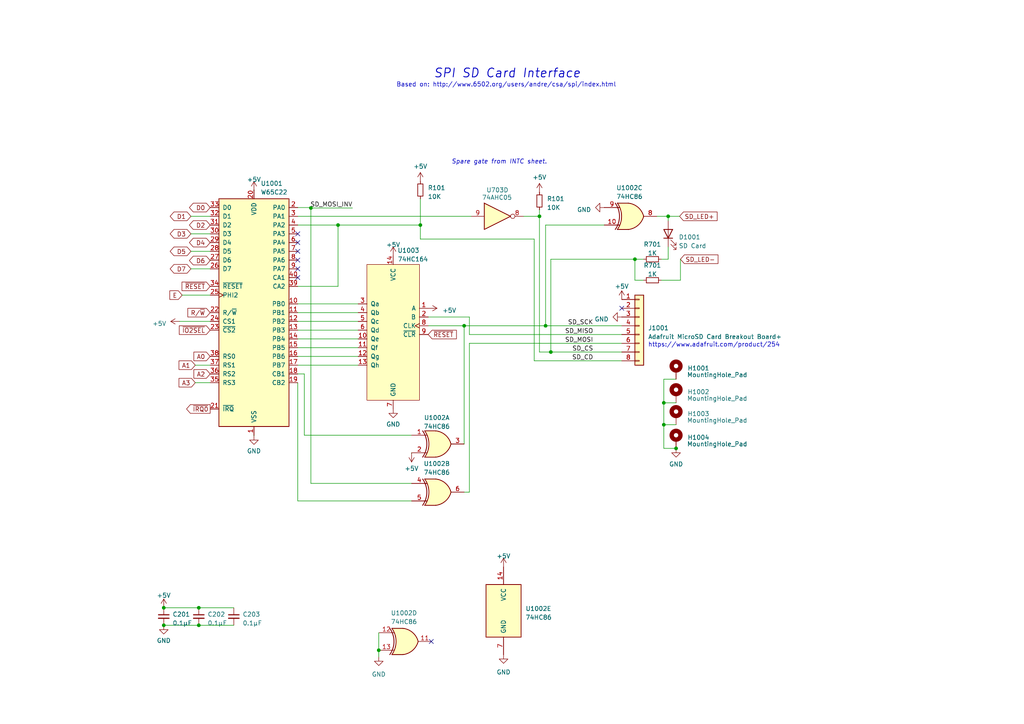
<source format=kicad_sch>
(kicad_sch (version 20230121) (generator eeschema)
  (paper "A4")
  (title_block (title "6809 Playground system board") (date "2023-07-13") (company "Copyright (c) 2022-2023 Jason R. Thorpe. See LICENSE."))
  (lib_symbols
    (symbol "74xx:74HC86" (pin_names (offset 1.016))
      (property "Reference" "U" (at 0 1.27 0))
      (property "Value" "74HC86" (at 0 -1.27 0))
      (symbol "74HC86_1_0"
        (arc (start -4.4196 -3.81) (mid -3.2033 0) (end -4.4196 3.81) (stroke (width 0.254)))
        (arc (start -3.81 -3.81) (mid -2.589 0) (end -3.81 3.81) (stroke (width 0.254)))
        (arc (start -0.6096 -3.81) (mid 2.1842 -2.5851) (end 3.81 0) (stroke (width 0.254)) (fill (type background)))
        (polyline (pts (xy -3.81 -3.81) (xy -0.635 -3.81)) (stroke (width 0.254)) (fill (type background)))
        (polyline (pts (xy -3.81 3.81) (xy -0.635 3.81)) (stroke (width 0.254)) (fill (type background)))
        (polyline (pts (xy -0.635 3.81) (xy -3.81 3.81) (xy -3.81 3.81) (xy -3.556 3.4036) (xy -3.0226 2.2606) (xy -2.6924 1.0414) (xy -2.6162 -0.254) (xy -2.7686 -1.4986) (xy -3.175 -2.7178) (xy -3.81 -3.81) (xy -3.81 -3.81) (xy -0.635 -3.81)) (stroke (width -25.4)) (fill (type background)))
        (arc (start 3.81 0) (mid 2.1915 2.5936) (end -0.6096 3.81) (stroke (width 0.254)) (fill (type background)))
        (pin input line (at -7.62 2.54 0) (length 4.445) (name "~") (number "1"))
        (pin input line (at -7.62 -2.54 0) (length 4.445) (name "~") (number "2"))
        (pin output line (at 7.62 0 180) (length 3.81) (name "~") (number "3"))
      )
      (symbol "74HC86_1_1"
        (polyline (pts (xy -3.81 -2.54) (xy -3.175 -2.54)) (stroke (width 0.1524)))
        (polyline (pts (xy -3.81 2.54) (xy -3.175 2.54)) (stroke (width 0.1524)))
      )
      (symbol "74HC86_2_0"
        (arc (start -4.4196 -3.81) (mid -3.2033 0) (end -4.4196 3.81) (stroke (width 0.254)))
        (arc (start -3.81 -3.81) (mid -2.589 0) (end -3.81 3.81) (stroke (width 0.254)))
        (arc (start -0.6096 -3.81) (mid 2.1842 -2.5851) (end 3.81 0) (stroke (width 0.254)) (fill (type background)))
        (polyline (pts (xy -3.81 -3.81) (xy -0.635 -3.81)) (stroke (width 0.254)) (fill (type background)))
        (polyline (pts (xy -3.81 3.81) (xy -0.635 3.81)) (stroke (width 0.254)) (fill (type background)))
        (polyline (pts (xy -0.635 3.81) (xy -3.81 3.81) (xy -3.81 3.81) (xy -3.556 3.4036) (xy -3.0226 2.2606) (xy -2.6924 1.0414) (xy -2.6162 -0.254) (xy -2.7686 -1.4986) (xy -3.175 -2.7178) (xy -3.81 -3.81) (xy -3.81 -3.81) (xy -0.635 -3.81)) (stroke (width -25.4)) (fill (type background)))
        (arc (start 3.81 0) (mid 2.1915 2.5936) (end -0.6096 3.81) (stroke (width 0.254)) (fill (type background)))
        (pin input line (at -7.62 2.54 0) (length 4.445) (name "~") (number "4"))
        (pin input line (at -7.62 -2.54 0) (length 4.445) (name "~") (number "5"))
        (pin output line (at 7.62 0 180) (length 3.81) (name "~") (number "6"))
      )
      (symbol "74HC86_2_1"
        (polyline (pts (xy -3.81 -2.54) (xy -3.175 -2.54)) (stroke (width 0.1524)))
        (polyline (pts (xy -3.81 2.54) (xy -3.175 2.54)) (stroke (width 0.1524)))
      )
      (symbol "74HC86_3_0"
        (arc (start -4.4196 -3.81) (mid -3.2033 0) (end -4.4196 3.81) (stroke (width 0.254)))
        (arc (start -3.81 -3.81) (mid -2.589 0) (end -3.81 3.81) (stroke (width 0.254)))
        (arc (start -0.6096 -3.81) (mid 2.1842 -2.5851) (end 3.81 0) (stroke (width 0.254)) (fill (type background)))
        (polyline (pts (xy -3.81 -3.81) (xy -0.635 -3.81)) (stroke (width 0.254)) (fill (type background)))
        (polyline (pts (xy -3.81 3.81) (xy -0.635 3.81)) (stroke (width 0.254)) (fill (type background)))
        (polyline (pts (xy -0.635 3.81) (xy -3.81 3.81) (xy -3.81 3.81) (xy -3.556 3.4036) (xy -3.0226 2.2606) (xy -2.6924 1.0414) (xy -2.6162 -0.254) (xy -2.7686 -1.4986) (xy -3.175 -2.7178) (xy -3.81 -3.81) (xy -3.81 -3.81) (xy -0.635 -3.81)) (stroke (width -25.4)) (fill (type background)))
        (arc (start 3.81 0) (mid 2.1915 2.5936) (end -0.6096 3.81) (stroke (width 0.254)) (fill (type background)))
        (pin input line (at -7.62 -2.54 0) (length 4.445) (name "~") (number "10"))
        (pin output line (at 7.62 0 180) (length 3.81) (name "~") (number "8"))
        (pin input line (at -7.62 2.54 0) (length 4.445) (name "~") (number "9"))
      )
      (symbol "74HC86_3_1"
        (polyline (pts (xy -3.81 -2.54) (xy -3.175 -2.54)) (stroke (width 0.1524)))
        (polyline (pts (xy -3.81 2.54) (xy -3.175 2.54)) (stroke (width 0.1524)))
      )
      (symbol "74HC86_4_0"
        (arc (start -4.4196 -3.81) (mid -3.2033 0) (end -4.4196 3.81) (stroke (width 0.254)))
        (arc (start -3.81 -3.81) (mid -2.589 0) (end -3.81 3.81) (stroke (width 0.254)))
        (arc (start -0.6096 -3.81) (mid 2.1842 -2.5851) (end 3.81 0) (stroke (width 0.254)) (fill (type background)))
        (polyline (pts (xy -3.81 -3.81) (xy -0.635 -3.81)) (stroke (width 0.254)) (fill (type background)))
        (polyline (pts (xy -3.81 3.81) (xy -0.635 3.81)) (stroke (width 0.254)) (fill (type background)))
        (polyline (pts (xy -0.635 3.81) (xy -3.81 3.81) (xy -3.81 3.81) (xy -3.556 3.4036) (xy -3.0226 2.2606) (xy -2.6924 1.0414) (xy -2.6162 -0.254) (xy -2.7686 -1.4986) (xy -3.175 -2.7178) (xy -3.81 -3.81) (xy -3.81 -3.81) (xy -0.635 -3.81)) (stroke (width -25.4)) (fill (type background)))
        (arc (start 3.81 0) (mid 2.1915 2.5936) (end -0.6096 3.81) (stroke (width 0.254)) (fill (type background)))
        (pin output line (at 7.62 0 180) (length 3.81) (name "~") (number "11"))
        (pin input line (at -7.62 2.54 0) (length 4.445) (name "~") (number "12"))
        (pin input line (at -7.62 -2.54 0) (length 4.445) (name "~") (number "13"))
      )
      (symbol "74HC86_4_1"
        (polyline (pts (xy -3.81 -2.54) (xy -3.175 -2.54)) (stroke (width 0.1524)))
        (polyline (pts (xy -3.81 2.54) (xy -3.175 2.54)) (stroke (width 0.1524)))
      )
      (symbol "74HC86_5_0"
        (pin power_in line (at 0 12.7 270) (length 5.08) (name "VCC") (number "14"))
        (pin power_in line (at 0 -12.7 90) (length 5.08) (name "GND") (number "7"))
      )
      (symbol "74HC86_5_1"
        (rectangle (start -5.08 7.62) (end 5.08 -7.62) (stroke (width 0.254)) (fill (type background)))
      )
    )
    (symbol "74xx:74LS05" (pin_names (offset 1.016))
      (property "Reference" "U" (at 0 1.27 0))
      (property "Value" "74LS05" (at 0 -1.27 0))
      (symbol "74LS05_1_0"
        (polyline (pts (xy -3.81 3.81) (xy -3.81 -3.81) (xy 3.81 0) (xy -3.81 3.81)) (stroke (width 0.254)) (fill (type background)))
        (pin input line (at -7.62 0 0) (length 3.81) (name "~") (number "1"))
        (pin open_collector inverted (at 7.62 0 180) (length 3.81) (name "~") (number "2"))
      )
      (symbol "74LS05_2_0"
        (polyline (pts (xy -3.81 3.81) (xy -3.81 -3.81) (xy 3.81 0) (xy -3.81 3.81)) (stroke (width 0.254)) (fill (type background)))
        (pin input line (at -7.62 0 0) (length 3.81) (name "~") (number "3"))
        (pin open_collector inverted (at 7.62 0 180) (length 3.81) (name "~") (number "4"))
      )
      (symbol "74LS05_3_0"
        (polyline (pts (xy -3.81 3.81) (xy -3.81 -3.81) (xy 3.81 0) (xy -3.81 3.81)) (stroke (width 0.254)) (fill (type background)))
        (pin input line (at -7.62 0 0) (length 3.81) (name "~") (number "5"))
        (pin open_collector inverted (at 7.62 0 180) (length 3.81) (name "~") (number "6"))
      )
      (symbol "74LS05_4_0"
        (polyline (pts (xy -3.81 3.81) (xy -3.81 -3.81) (xy 3.81 0) (xy -3.81 3.81)) (stroke (width 0.254)) (fill (type background)))
        (pin open_collector inverted (at 7.62 0 180) (length 3.81) (name "~") (number "8"))
        (pin input line (at -7.62 0 0) (length 3.81) (name "~") (number "9"))
      )
      (symbol "74LS05_5_0"
        (polyline (pts (xy -3.81 3.81) (xy -3.81 -3.81) (xy 3.81 0) (xy -3.81 3.81)) (stroke (width 0.254)) (fill (type background)))
        (pin open_collector inverted (at 7.62 0 180) (length 3.81) (name "~") (number "10"))
        (pin input line (at -7.62 0 0) (length 3.81) (name "~") (number "11"))
      )
      (symbol "74LS05_6_0"
        (polyline (pts (xy -3.81 3.81) (xy -3.81 -3.81) (xy 3.81 0) (xy -3.81 3.81)) (stroke (width 0.254)) (fill (type background)))
        (pin open_collector inverted (at 7.62 0 180) (length 3.81) (name "~") (number "12"))
        (pin input line (at -7.62 0 0) (length 3.81) (name "~") (number "13"))
      )
      (symbol "74LS05_7_0"
        (pin power_in line (at 0 12.7 270) (length 5.08) (name "VCC") (number "14"))
        (pin power_in line (at 0 -12.7 90) (length 5.08) (name "GND") (number "7"))
      )
      (symbol "74LS05_7_1"
        (rectangle (start -5.08 7.62) (end 5.08 -7.62) (stroke (width 0.254)) (fill (type background)))
      )
    )
    (symbol "Connector_Generic:Conn_01x08" (pin_names (offset 1.016) hide)
      (property "Reference" "J" (at 0 10.16 0))
      (property "Value" "Conn_01x08" (at 0 -12.7 0))
      (symbol "Conn_01x08_1_1"
        (rectangle (start -1.27 -10.033) (end 0 -10.287) (stroke (width 0.1524)))
        (rectangle (start -1.27 -7.493) (end 0 -7.747) (stroke (width 0.1524)))
        (rectangle (start -1.27 -4.953) (end 0 -5.207) (stroke (width 0.1524)))
        (rectangle (start -1.27 -2.413) (end 0 -2.667) (stroke (width 0.1524)))
        (rectangle (start -1.27 0.127) (end 0 -0.127) (stroke (width 0.1524)))
        (rectangle (start -1.27 2.667) (end 0 2.413) (stroke (width 0.1524)))
        (rectangle (start -1.27 5.207) (end 0 4.953) (stroke (width 0.1524)))
        (rectangle (start -1.27 7.747) (end 0 7.493) (stroke (width 0.1524)))
        (rectangle (start -1.27 8.89) (end 1.27 -11.43) (stroke (width 0.254)) (fill (type background)))
        (pin passive line (at -5.08 7.62 0) (length 3.81) (name "Pin_1") (number "1"))
        (pin passive line (at -5.08 5.08 0) (length 3.81) (name "Pin_2") (number "2"))
        (pin passive line (at -5.08 2.54 0) (length 3.81) (name "Pin_3") (number "3"))
        (pin passive line (at -5.08 0 0) (length 3.81) (name "Pin_4") (number "4"))
        (pin passive line (at -5.08 -2.54 0) (length 3.81) (name "Pin_5") (number "5"))
        (pin passive line (at -5.08 -5.08 0) (length 3.81) (name "Pin_6") (number "6"))
        (pin passive line (at -5.08 -7.62 0) (length 3.81) (name "Pin_7") (number "7"))
        (pin passive line (at -5.08 -10.16 0) (length 3.81) (name "Pin_8") (number "8"))
      )
    )
    (symbol "Device:C_Small" (pin_numbers hide) (pin_names (offset 0.254) hide)
      (property "Reference" "C" (at 0.254 1.778 0))
      (property "Value" "C_Small" (at 0.254 -2.032 0))
      (symbol "C_Small_0_1"
        (polyline (pts (xy -1.524 -0.508) (xy 1.524 -0.508)) (stroke (width 0.3302)))
        (polyline (pts (xy -1.524 0.508) (xy 1.524 0.508)) (stroke (width 0.3048)))
      )
      (symbol "C_Small_1_1"
        (pin passive line (at 0 2.54 270) (length 2.032) (name "~") (number "1"))
        (pin passive line (at 0 -2.54 90) (length 2.032) (name "~") (number "2"))
      )
    )
    (symbol "Device:LED" (pin_numbers hide) (pin_names (offset 1.016) hide)
      (property "Reference" "D" (at 0 2.54 0))
      (property "Value" "LED" (at 0 -2.54 0))
      (symbol "LED_0_1"
        (polyline (pts (xy -1.27 -1.27) (xy -1.27 1.27)) (stroke (width 0.254)))
        (polyline (pts (xy -1.27 0) (xy 1.27 0)))
        (polyline (pts (xy 1.27 -1.27) (xy 1.27 1.27) (xy -1.27 0) (xy 1.27 -1.27)) (stroke (width 0.254)))
        (polyline (pts (xy -3.048 -0.762) (xy -4.572 -2.286) (xy -3.81 -2.286) (xy -4.572 -2.286) (xy -4.572 -1.524)))
        (polyline (pts (xy -1.778 -0.762) (xy -3.302 -2.286) (xy -2.54 -2.286) (xy -3.302 -2.286) (xy -3.302 -1.524)))
      )
      (symbol "LED_1_1"
        (pin passive line (at -3.81 0 0) (length 2.54) (name "K") (number "1"))
        (pin passive line (at 3.81 0 180) (length 2.54) (name "A") (number "2"))
      )
    )
    (symbol "Device:R_Small" (pin_numbers hide) (pin_names (offset 0.254) hide)
      (property "Reference" "R" (at 0.762 0.508 0))
      (property "Value" "R_Small" (at 0.762 -1.016 0))
      (symbol "R_Small_0_1"
        (rectangle (start -0.762 1.778) (end 0.762 -1.778) (stroke (width 0.2032)))
      )
      (symbol "R_Small_1_1"
        (pin passive line (at 0 2.54 270) (length 0.762) (name "~") (number "1"))
        (pin passive line (at 0 -2.54 90) (length 0.762) (name "~") (number "2"))
      )
    )
    (symbol "Mechanical:MountingHole_Pad" (pin_numbers hide) (pin_names (offset 1.016) hide)
      (property "Reference" "H" (at 0 6.35 0))
      (property "Value" "MountingHole_Pad" (at 0 4.445 0))
      (symbol "MountingHole_Pad_0_1"
        (circle (center 0 1.27) (radius 1.27) (stroke (width 1.27)))
      )
      (symbol "MountingHole_Pad_1_1"
        (pin input line (at 0 -2.54 90) (length 2.54) (name "1") (number "1"))
      )
    )
    (symbol "jrt-ICs:74LS164" (pin_names (offset 1.016))
      (property "Reference" "U" (at 6.35 25.4 0))
      (property "Value" "74LS164" (at 6.35 22.86 0))
      (symbol "74LS164_1_1"
        (rectangle (start -7.62 20.32) (end 7.62 -19.05) (fill (type background)))
        (pin input line (at -10.16 7.62 0) (length 2.54) (name "A") (number "1"))
        (pin output line (at 10.16 -1.27 180) (length 2.54) (name "Qe") (number "10"))
        (pin output line (at 10.16 -3.81 180) (length 2.54) (name "Qf") (number "11"))
        (pin output line (at 10.16 -6.35 180) (length 2.54) (name "Qg") (number "12"))
        (pin output line (at 10.16 -8.89 180) (length 2.54) (name "Qh") (number "13"))
        (pin power_in line (at 0 22.86 270) (length 2.54) (name "VCC") (number "14"))
        (pin input line (at -10.16 5.08 0) (length 2.54) (name "B") (number "2"))
        (pin output line (at 10.16 8.89 180) (length 2.54) (name "Qa") (number "3"))
        (pin output line (at 10.16 6.35 180) (length 2.54) (name "Qb") (number "4"))
        (pin output line (at 10.16 3.81 180) (length 2.54) (name "Qc") (number "5"))
        (pin output line (at 10.16 1.27 180) (length 2.54) (name "Qd") (number "6"))
        (pin power_in line (at 0 -21.59 90) (length 2.54) (name "GND") (number "7"))
        (pin input clock (at -10.16 2.54 0) (length 2.54) (name "CLK") (number "8"))
        (pin input line (at -10.16 0 0) (length 2.54) (name "~{CLR}") (number "9"))
      )
    )
    (symbol "jrt-ICs:W65C22" (pin_names (offset 1.016))
      (property "Reference" "U" (at 6.35 36.83 0))
      (property "Value" "W65C22" (at 6.35 34.29 0))
      (symbol "W65C22_1_1"
        (rectangle (start -10.16 -34.29) (end 10.16 31.75) (stroke (width 0.254)) (fill (type background)))
        (pin power_in line (at 0 -36.83 90) (length 2.54) (name "VSS") (number "1"))
        (pin bidirectional line (at 12.7 1.27 180) (length 2.54) (name "PB0") (number "10"))
        (pin bidirectional line (at 12.7 -1.27 180) (length 2.54) (name "PB1") (number "11"))
        (pin bidirectional line (at 12.7 -3.81 180) (length 2.54) (name "PB2") (number "12"))
        (pin bidirectional line (at 12.7 -6.35 180) (length 2.54) (name "PB3") (number "13"))
        (pin bidirectional line (at 12.7 -8.89 180) (length 2.54) (name "PB4") (number "14"))
        (pin bidirectional line (at 12.7 -11.43 180) (length 2.54) (name "PB5") (number "15"))
        (pin bidirectional line (at 12.7 -13.97 180) (length 2.54) (name "PB6") (number "16"))
        (pin bidirectional line (at 12.7 -16.51 180) (length 2.54) (name "PB7") (number "17"))
        (pin input line (at 12.7 -19.05 180) (length 2.54) (name "CB1") (number "18"))
        (pin bidirectional line (at 12.7 -21.59 180) (length 2.54) (name "CB2") (number "19"))
        (pin bidirectional line (at 12.7 29.21 180) (length 2.54) (name "PA0") (number "2"))
        (pin power_in line (at 0 34.29 270) (length 2.54) (name "VDD") (number "20"))
        (pin output line (at -12.7 -29.21 0) (length 2.54) (name "~{IRQ}") (number "21"))
        (pin input line (at -12.7 -1.27 0) (length 2.54) (name "R/~{W}") (number "22"))
        (pin input line (at -12.7 -6.35 0) (length 2.54) (name "~{CS2}") (number "23"))
        (pin input line (at -12.7 -3.81 0) (length 2.54) (name "CS1") (number "24"))
        (pin input clock (at -12.7 3.81 0) (length 2.54) (name "PHI2") (number "25"))
        (pin bidirectional line (at -12.7 11.43 0) (length 2.54) (name "D7") (number "26"))
        (pin bidirectional line (at -12.7 13.97 0) (length 2.54) (name "D6") (number "27"))
        (pin bidirectional line (at -12.7 16.51 0) (length 2.54) (name "D5") (number "28"))
        (pin bidirectional line (at -12.7 19.05 0) (length 2.54) (name "D4") (number "29"))
        (pin bidirectional line (at 12.7 26.67 180) (length 2.54) (name "PA1") (number "3"))
        (pin bidirectional line (at -12.7 21.59 0) (length 2.54) (name "D3") (number "30"))
        (pin bidirectional line (at -12.7 24.13 0) (length 2.54) (name "D2") (number "31"))
        (pin bidirectional line (at -12.7 26.67 0) (length 2.54) (name "D1") (number "32"))
        (pin bidirectional line (at -12.7 29.21 0) (length 2.54) (name "D0") (number "33"))
        (pin input line (at -12.7 6.35 0) (length 2.54) (name "~{RESET}") (number "34"))
        (pin input line (at -12.7 -21.59 0) (length 2.54) (name "RS3") (number "35"))
        (pin input line (at -12.7 -19.05 0) (length 2.54) (name "RS2") (number "36"))
        (pin input line (at -12.7 -16.51 0) (length 2.54) (name "RS1") (number "37"))
        (pin input line (at -12.7 -13.97 0) (length 2.54) (name "RS0") (number "38"))
        (pin bidirectional line (at 12.7 6.35 180) (length 2.54) (name "CA2") (number "39"))
        (pin bidirectional line (at 12.7 24.13 180) (length 2.54) (name "PA2") (number "4"))
        (pin input line (at 12.7 8.89 180) (length 2.54) (name "CA1") (number "40"))
        (pin bidirectional line (at 12.7 21.59 180) (length 2.54) (name "PA3") (number "5"))
        (pin bidirectional line (at 12.7 19.05 180) (length 2.54) (name "PA4") (number "6"))
        (pin bidirectional line (at 12.7 16.51 180) (length 2.54) (name "PA5") (number "7"))
        (pin bidirectional line (at 12.7 13.97 180) (length 2.54) (name "PA6") (number "8"))
        (pin bidirectional line (at 12.7 11.43 180) (length 2.54) (name "PA7") (number "9"))
      )
    )
    (symbol "power:+5V" (power) (pin_names (offset 0))
      (property "Value" "+5V" (at 0 3.556 0))
      (symbol "+5V_0_1"
        (polyline (pts (xy -0.762 1.27) (xy 0 2.54)))
        (polyline (pts (xy 0 0) (xy 0 2.54)))
        (polyline (pts (xy 0 2.54) (xy 0.762 1.27)))
      )
      (symbol "+5V_1_1"
        (pin power_in line (at 0 0 90) (length 0) hide (name "+5V") (number "1"))
      )
    )
    (symbol "power:GND" (power) (pin_names (offset 0))
      (property "Value" "GND" (at 0 -3.81 0))
      (symbol "GND_0_1"
        (polyline (pts (xy 0 0) (xy 0 -1.27) (xy 1.27 -1.27) (xy 0 -2.54) (xy -1.27 -1.27) (xy 0 -1.27)))
      )
      (symbol "GND_1_1"
        (pin power_in line (at 0 0 270) (length 0) hide (name "GND") (number "1"))
      )
    )
  )
  (junction (at 196.088 130.048))
  (junction (at 57.658 176.276))
  (junction (at 109.855 188.595))
  (junction (at 158.242 94.488))
  (junction (at 184.15 75.184))
  (junction (at 193.802 62.738))
  (junction (at 156.464 62.738))
  (junction (at 121.92 65.278))
  (junction (at 159.766 102.108))
  (junction (at 90.17 60.325))
  (junction (at 57.658 181.356))
  (junction (at 98.044 65.278))
  (junction (at 47.498 181.356))
  (junction (at 192.532 116.84))
  (junction (at 134.62 94.488))
  (junction (at 47.498 176.276))
  (junction (at 192.532 123.19))
  (no_connect (at 86.36 67.818))
  (no_connect (at 86.36 77.978))
  (no_connect (at 86.36 75.438))
  (no_connect (at 125.095 186.055))
  (no_connect (at 180.34 89.408))
  (no_connect (at 86.36 70.358))
  (no_connect (at 86.36 72.898))
  (no_connect (at 86.36 80.518))
  (wire (pts (xy 190.5 62.738) (xy 193.802 62.738)))
  (wire (pts (xy 86.36 145.288) (xy 119.38 145.288)))
  (wire (pts (xy 134.62 142.748) (xy 136.144 142.748)))
  (wire (pts (xy 134.62 94.488) (xy 124.206 94.488)))
  (wire (pts (xy 86.36 93.218) (xy 103.886 93.218)))
  (wire (pts (xy 109.855 188.595) (xy 109.855 190.5)))
  (wire (pts (xy 86.36 95.758) (xy 103.886 95.758)))
  (wire (pts (xy 73.66 55.118) (xy 73.66 55.245)))
  (wire (pts (xy 192.532 123.19) (xy 196.088 123.19)))
  (wire (pts (xy 197.358 81.28) (xy 197.358 75.184)))
  (wire (pts (xy 192.532 116.84) (xy 192.532 123.19)))
  (wire (pts (xy 193.802 71.628) (xy 193.802 75.184)))
  (wire (pts (xy 86.36 103.378) (xy 103.886 103.378)))
  (wire (pts (xy 52.832 85.598) (xy 60.96 85.598)))
  (wire (pts (xy 86.36 90.678) (xy 103.886 90.678)))
  (wire (pts (xy 136.144 97.028) (xy 180.34 97.028)))
  (wire (pts (xy 184.15 75.184) (xy 159.766 75.184)))
  (wire (pts (xy 159.766 102.108) (xy 180.34 102.108)))
  (wire (pts (xy 86.36 88.138) (xy 103.886 88.138)))
  (wire (pts (xy 109.855 183.515) (xy 109.855 188.595)))
  (wire (pts (xy 134.62 128.778) (xy 134.62 94.488)))
  (wire (pts (xy 191.77 75.184) (xy 193.802 75.184)))
  (wire (pts (xy 192.532 116.84) (xy 196.088 116.84)))
  (wire (pts (xy 47.498 176.276) (xy 57.658 176.276)))
  (wire (pts (xy 98.044 65.278) (xy 121.92 65.278)))
  (wire (pts (xy 158.242 94.488) (xy 158.242 65.278)))
  (wire (pts (xy 159.766 75.184) (xy 159.766 102.108)))
  (wire (pts (xy 86.36 65.278) (xy 98.044 65.278)))
  (wire (pts (xy 158.242 65.278) (xy 175.26 65.278)))
  (wire (pts (xy 55.372 72.898) (xy 60.96 72.898)))
  (wire (pts (xy 88.265 126.238) (xy 88.265 108.458)))
  (wire (pts (xy 57.658 181.356) (xy 67.818 181.356)))
  (wire (pts (xy 121.92 65.278) (xy 121.92 69.342)))
  (wire (pts (xy 90.17 60.325) (xy 102.235 60.325)))
  (wire (pts (xy 196.088 109.982) (xy 192.532 109.982)))
  (wire (pts (xy 136.144 99.568) (xy 136.144 142.748)))
  (wire (pts (xy 136.144 97.028) (xy 136.144 91.948)))
  (wire (pts (xy 86.36 83.058) (xy 98.044 83.058)))
  (wire (pts (xy 55.372 62.738) (xy 60.96 62.738)))
  (wire (pts (xy 154.94 69.342) (xy 154.94 104.648)))
  (wire (pts (xy 156.464 62.738) (xy 156.464 102.108)))
  (wire (pts (xy 121.92 69.342) (xy 154.94 69.342)))
  (wire (pts (xy 60.96 75.438) (xy 60.96 75.565)))
  (wire (pts (xy 86.36 60.198) (xy 90.17 60.198)))
  (wire (pts (xy 158.242 94.488) (xy 180.34 94.488)))
  (wire (pts (xy 90.17 60.325) (xy 90.17 140.208)))
  (wire (pts (xy 193.802 64.008) (xy 193.802 62.738)))
  (wire (pts (xy 191.77 81.28) (xy 197.358 81.28)))
  (wire (pts (xy 156.464 60.833) (xy 156.464 62.738)))
  (wire (pts (xy 192.532 130.048) (xy 196.088 130.048)))
  (wire (pts (xy 119.38 131.318) (xy 119.38 131.445)))
  (wire (pts (xy 156.464 102.108) (xy 159.766 102.108)))
  (wire (pts (xy 136.144 91.948) (xy 124.206 91.948)))
  (wire (pts (xy 186.69 81.28) (xy 184.15 81.28)))
  (wire (pts (xy 88.265 108.458) (xy 86.36 108.458)))
  (wire (pts (xy 90.17 60.198) (xy 90.17 60.325)))
  (wire (pts (xy 56.642 105.918) (xy 60.96 105.918)))
  (wire (pts (xy 47.498 181.356) (xy 57.658 181.356)))
  (wire (pts (xy 186.69 75.184) (xy 184.15 75.184)))
  (wire (pts (xy 86.36 105.918) (xy 103.886 105.918)))
  (wire (pts (xy 192.532 109.982) (xy 192.532 116.84)))
  (wire (pts (xy 90.17 140.208) (xy 119.38 140.208)))
  (wire (pts (xy 134.62 94.488) (xy 158.242 94.488)))
  (wire (pts (xy 151.892 62.738) (xy 156.464 62.738)))
  (wire (pts (xy 55.372 67.818) (xy 60.96 67.818)))
  (wire (pts (xy 192.532 123.19) (xy 192.532 130.048)))
  (wire (pts (xy 73.66 126.238) (xy 73.66 126.365)))
  (wire (pts (xy 57.658 176.276) (xy 67.818 176.276)))
  (wire (pts (xy 86.36 98.298) (xy 103.886 98.298)))
  (wire (pts (xy 56.642 110.998) (xy 60.96 110.998)))
  (wire (pts (xy 55.372 77.978) (xy 60.96 77.978)))
  (wire (pts (xy 121.92 65.278) (xy 121.92 57.658)))
  (wire (pts (xy 136.144 99.568) (xy 180.34 99.568)))
  (wire (pts (xy 86.36 100.838) (xy 103.886 100.838)))
  (wire (pts (xy 184.15 81.28) (xy 184.15 75.184)))
  (wire (pts (xy 86.36 110.998) (xy 86.36 145.288)))
  (wire (pts (xy 98.044 83.058) (xy 98.044 65.278)))
  (wire (pts (xy 154.94 104.648) (xy 180.34 104.648)))
  (wire (pts (xy 88.265 126.238) (xy 119.38 126.238)))
  (wire (pts (xy 52.07 93.218) (xy 60.96 93.218)))
  (wire (pts (xy 193.802 62.738) (xy 197.104 62.738)))
  (wire (pts (xy 86.36 62.738) (xy 136.652 62.738)))
  (text "Based on: http://www.6502.org/users/andre/csa/spi/index.html" (at 114.935 25.4 0) (effects (font (size 1.27 1.27)) (justify left bottom)))
  (text "SPI SD Card Interface" (at 125.73 22.86 0) (effects (font (size 2.54 2.54) (thickness 0.254) bold italic) (justify left bottom)))
  (text "https://www.adafruit.com/product/254" (at 187.96 100.838 0) (effects (font (size 1.27 1.27)) (justify left bottom)))
  (text "Spare gate from INTC sheet." (at 130.937 47.752 0) (effects (font (size 1.27 1.27) italic) (justify left bottom)))
  (label "SD_CD" (at 172.085 104.648 180))
  (label "SD_MOSI_INV" (at 102.235 60.325 180))
  (label "SD_MISO" (at 172.085 97.028 180))
  (label "SD_CS" (at 172.085 102.108 180))
  (label "SD_SCK" (at 172.085 94.488 180))
  (label "SD_MOSI" (at 172.085 99.568 180))
  (global_label "A1" (shape input) (at 56.642 105.918 180) (property "Intersheetrefs" "${INTERSHEET_REFS}" (effects hide)))
  (global_label "~{RESET}" (shape input) (at 124.206 97.028 0) (property "Intersheetrefs" "${INTERSHEET_REFS}" (effects hide)))
  (global_label "SD_LED-" (shape input) (at 197.358 75.184 0) (property "Intersheetrefs" "${INTERSHEET_REFS}" (effects hide)))
  (global_label "D0" (shape bidirectional) (at 60.96 60.198 180) (property "Intersheetrefs" "${INTERSHEET_REFS}" (effects hide)))
  (global_label "D3" (shape bidirectional) (at 55.372 67.818 180) (property "Intersheetrefs" "${INTERSHEET_REFS}" (effects hide)))
  (global_label "SD_LED+" (shape input) (at 197.104 62.738 0) (property "Intersheetrefs" "${INTERSHEET_REFS}" (effects hide)))
  (global_label "A2" (shape input) (at 60.96 108.458 180) (property "Intersheetrefs" "${INTERSHEET_REFS}" (effects hide)))
  (global_label "~{IRQ0}" (shape output) (at 60.96 118.618 180) (property "Intersheetrefs" "${INTERSHEET_REFS}" (effects hide)))
  (global_label "~{IO2SEL}" (shape input) (at 60.96 95.758 180) (property "Intersheetrefs" "${INTERSHEET_REFS}" (effects hide)))
  (global_label "R{slash}~{W}" (shape input) (at 60.96 90.678 180) (property "Intersheetrefs" "${INTERSHEET_REFS}" (effects hide)))
  (global_label "D7" (shape bidirectional) (at 55.372 77.978 180) (property "Intersheetrefs" "${INTERSHEET_REFS}" (effects hide)))
  (global_label "E" (shape input) (at 52.832 85.598 180) (property "Intersheetrefs" "${INTERSHEET_REFS}" (effects hide)))
  (global_label "A0" (shape input) (at 60.96 103.378 180) (property "Intersheetrefs" "${INTERSHEET_REFS}" (effects hide)))
  (global_label "D1" (shape bidirectional) (at 55.372 62.738 180) (property "Intersheetrefs" "${INTERSHEET_REFS}" (effects hide)))
  (global_label "~{RESET}" (shape input) (at 60.96 83.058 180) (property "Intersheetrefs" "${INTERSHEET_REFS}" (effects hide)))
  (global_label "D5" (shape bidirectional) (at 55.372 72.898 180) (property "Intersheetrefs" "${INTERSHEET_REFS}" (effects hide)))
  (global_label "D4" (shape bidirectional) (at 60.96 70.358 180) (property "Intersheetrefs" "${INTERSHEET_REFS}" (effects hide)))
  (global_label "D2" (shape bidirectional) (at 60.96 65.278 180) (property "Intersheetrefs" "${INTERSHEET_REFS}" (effects hide)))
  (global_label "D6" (shape bidirectional) (at 60.96 75.565 180) (property "Intersheetrefs" "${INTERSHEET_REFS}" (effects hide)))
  (global_label "A3" (shape input) (at 56.642 110.998 180) (property "Intersheetrefs" "${INTERSHEET_REFS}" (effects hide)))
  (symbol (lib_id "power:+5V") (at 146.05 164.465 0) (unit 1)
    (property "Reference" "#PWR01005" (effects hide))
    (property "Value" "+5V" (at 146.05 161.29 0))
  )
  (symbol (lib_id "74xx:74LS05") (at 144.272 62.738 0) (unit 4)
    (property "Reference" "U703" (at 144.272 55.118 0))
    (property "Value" "74AHC05" (at 144.145 57.277 0))
    (property "Footprint" "Package_DIP:DIP-14_W7.62mm_Socket" (effects hide))
    (property "Datasheet" "http://www.ti.com/lit/gpn/sn74LS05" (effects hide))
    (instances (project "pg09-system" (path "" (reference "U703") (unit 4)) (path "" (reference "U415") (unit 3))))
  )
  (symbol (lib_id "74xx:74HC86") (at 182.88 62.738 0) (unit 3)
    (property "Reference" "U1002" (at 182.5752 54.483 0))
    (property "Value" "74HC86" (at 182.5752 57.023 0))
    (property "Footprint" "Package_DIP:DIP-14_W7.62mm_Socket" (effects hide))
    (property "Datasheet" "http://www.ti.com/lit/gpn/sn74HC86" (effects hide))
  )
  (symbol (lib_id "74xx:74HC86") (at 146.05 177.165 0) (unit 5)
    (property "Reference" "U1002" (at 152.4 176.53 0) (effects (justify left)))
    (property "Value" "74HC86" (at 152.4 179.07 0) (effects (justify left)))
    (property "Footprint" "Package_DIP:DIP-14_W7.62mm_Socket" (effects hide))
    (property "Datasheet" "http://www.ti.com/lit/gpn/sn74HC86" (effects hide))
  )
  (symbol (lib_id "power:+5V") (at 156.464 55.753 0) (unit 1)
    (property "Reference" "#PWR01013" (effects hide))
    (property "Value" "+5V" (at 156.464 51.435 0))
  )
  (symbol (lib_id "power:GND") (at 180.34 91.948 270) (unit 1)
    (property "Reference" "#PWR01009" (effects hide))
    (property "Value" "GND" (at 176.53 92.583 90) (effects (justify right)))
  )
  (symbol (lib_id "power:GND") (at 73.66 126.365 0) (unit 1)
    (property "Reference" "#PWR01003" (effects hide))
    (property "Value" "GND" (at 73.66 130.81 0))
  )
  (symbol (lib_id "power:+5V") (at 114.046 74.168 0) (unit 1)
    (property "Reference" "#PWR01010" (effects hide))
    (property "Value" "+5V" (at 114.046 70.993 0))
  )
  (symbol (lib_id "74xx:74HC86") (at 117.475 186.055 0) (unit 4)
    (property "Reference" "U1002" (at 117.1702 177.8 0))
    (property "Value" "74HC86" (at 117.1702 180.34 0))
    (property "Footprint" "Package_DIP:DIP-14_W7.62mm_Socket" (effects hide))
    (property "Datasheet" "http://www.ti.com/lit/gpn/sn74HC86" (effects hide))
  )
  (symbol (lib_id "Mechanical:MountingHole_Pad") (at 196.088 127.508 0) (unit 1)
    (property "Reference" "H1004" (at 199.39 126.873 0) (effects (justify left)))
    (property "Value" "MountingHole_Pad" (at 208.026 128.778 0))
    (property "Footprint" "MountingHole:MountingHole_2.2mm_M2_Pad_Via" (effects hide))
  )
  (symbol (lib_id "jrt-ICs:W65C22") (at 73.66 89.408 0) (unit 1)
    (property "Reference" "U1001" (at 75.6159 53.213 0) (effects (justify left)))
    (property "Value" "W65C22" (at 75.6159 55.753 0) (effects (justify left)))
    (property "Footprint" "Package_DIP:DIP-40_W15.24mm_Socket" (effects hide))
    (property "Datasheet" "https://www.westerndesigncenter.com/wdc/documentation/w65c22.pdf" (effects hide))
  )
  (symbol (lib_id "power:GND") (at 175.26 60.198 270) (unit 1)
    (property "Reference" "#PWR01018" (effects hide))
    (property "Value" "GND" (at 171.45 60.833 90) (effects (justify right)))
  )
  (symbol (lib_id "Device:LED") (at 193.802 67.818 90) (unit 1)
    (property "Reference" "D1001" (at 196.85 68.7705 90) (effects (justify right)))
    (property "Value" "SD Card" (at 196.85 71.3105 90) (effects (justify right)))
    (property "Footprint" "LED_THT:LED_D3.0mm" (effects hide))
  )
  (symbol (lib_id "jrt-ICs:74LS164") (at 114.046 97.028 0) (mirror y) (unit 1)
    (property "Reference" "U1003" (at 121.666 72.644 0) (effects (justify left)))
    (property "Value" "74HC164" (at 124.206 75.184 0) (effects (justify left)))
    (property "Footprint" "Package_DIP:DIP-14_W7.62mm_Socket" (effects hide))
    (property "Datasheet" "https://www.ti.com/lit/ds/symlink/cd74hc164.pdf" (effects hide))
  )
  (symbol (lib_id "power:GND") (at 47.498 181.356 0) (unit 1)
    (property "Reference" "#PWR0216" (effects hide))
    (property "Value" "GND" (at 47.498 185.7994 0))
    (instances (project "pg09-system" (path "" (reference "#PWR0216") (unit 1)) (path "" (reference "#PWR0310") (unit 1)) (path "" (reference "#PWR0114") (unit 1)) (path "" (reference "#PWR04") (unit 1)) (path "" (reference "#PWR01016") (unit 1))))
  )
  (symbol (lib_id "power:+5V") (at 52.07 93.218 90) (unit 1)
    (property "Reference" "#PWR01001" (effects hide))
    (property "Value" "+5V" (at 48.26 93.853 90) (effects (justify left)))
  )
  (symbol (lib_id "Mechanical:MountingHole_Pad") (at 196.088 120.65 0) (unit 1)
    (property "Reference" "H1003" (at 199.39 120.015 0) (effects (justify left)))
    (property "Value" "MountingHole_Pad" (at 208.026 121.92 0))
    (property "Footprint" "MountingHole:MountingHole_2.2mm_M2_Pad_Via" (effects hide))
  )
  (symbol (lib_id "Mechanical:MountingHole_Pad") (at 196.088 107.442 0) (unit 1)
    (property "Reference" "H1001" (at 199.39 106.807 0) (effects (justify left)))
    (property "Value" "MountingHole_Pad" (at 208.026 108.712 0))
    (property "Footprint" "MountingHole:MountingHole_2.2mm_M2_Pad_Via" (effects hide))
  )
  (symbol (lib_id "Device:R_Small") (at 121.92 55.118 180) (unit 1)
    (property "Reference" "R101" (at 124.079 54.483 0) (effects (justify right)))
    (property "Value" "10K" (at 124.079 57.023 0) (effects (justify right)))
    (property "Footprint" "Resistor_THT:R_Axial_DIN0207_L6.3mm_D2.5mm_P7.62mm_Horizontal" (effects hide))
    (instances (project "pg09-system" (path "" (reference "R101") (unit 1)) (path "" (reference "R1001") (unit 1))))
  )
  (symbol (lib_id "power:GND") (at 114.046 118.618 0) (unit 1)
    (property "Reference" "#PWR01011" (effects hide))
    (property "Value" "GND" (at 114.046 123.063 0))
  )
  (symbol (lib_id "power:GND") (at 146.05 189.865 0) (unit 1)
    (property "Reference" "#PWR01006" (effects hide))
    (property "Value" "GND" (at 146.05 194.945 0))
  )
  (symbol (lib_id "power:+5V") (at 47.498 176.276 0) (unit 1)
    (property "Reference" "#PWR0214" (effects hide))
    (property "Value" "+5V" (at 47.498 172.7002 0))
    (instances (project "pg09-system" (path "" (reference "#PWR0214") (unit 1)) (path "" (reference "#PWR0309") (unit 1)) (path "" (reference "#PWR0103") (unit 1)) (path "" (reference "#PWR03") (unit 1)) (path "" (reference "#PWR01015") (unit 1))))
  )
  (symbol (lib_id "power:GND") (at 196.088 130.048 0) (unit 1)
    (property "Reference" "#PWR01017" (effects hide))
    (property "Value" "GND" (at 196.088 134.62 0))
  )
  (symbol (lib_id "power:+5V") (at 73.66 55.245 0) (unit 1)
    (property "Reference" "#PWR01002" (effects hide))
    (property "Value" "+5V" (at 73.66 52.07 0))
  )
  (symbol (lib_id "74xx:74HC86") (at 127 142.748 0) (unit 2)
    (property "Reference" "U1002" (at 126.6952 134.493 0))
    (property "Value" "74HC86" (at 126.6952 137.033 0))
    (property "Footprint" "Package_DIP:DIP-14_W7.62mm_Socket" (effects hide))
    (property "Datasheet" "http://www.ti.com/lit/gpn/sn74HC86" (effects hide))
  )
  (symbol (lib_id "power:+5V") (at 180.34 86.868 0) (unit 1)
    (property "Reference" "#PWR01008" (effects hide))
    (property "Value" "+5V" (at 180.34 83.058 0))
  )
  (symbol (lib_id "power:+5V") (at 119.38 131.445 180) (unit 1)
    (property "Reference" "#PWR01007" (effects hide))
    (property "Value" "+5V" (at 119.38 135.89 0))
  )
  (symbol (lib_id "74xx:74HC86") (at 127 128.778 0) (unit 1)
    (property "Reference" "U1002" (at 126.6952 121.158 0))
    (property "Value" "74HC86" (at 126.6952 123.698 0))
    (property "Footprint" "Package_DIP:DIP-14_W7.62mm_Socket" (effects hide))
    (property "Datasheet" "http://www.ti.com/lit/gpn/sn74HC86" (effects hide))
  )
  (symbol (lib_id "Device:R_Small") (at 189.23 75.184 90) (mirror x) (unit 1)
    (property "Reference" "R701" (at 189.23 70.866 90))
    (property "Value" "1K" (at 189.23 73.406 90))
    (property "Footprint" "Resistor_THT:R_Axial_DIN0207_L6.3mm_D2.5mm_P7.62mm_Horizontal" (effects hide))
    (instances (project "pg09-system" (path "" (reference "R701") (unit 1)) (path "" (reference "R1004") (unit 1))))
  )
  (symbol (lib_id "Device:R_Small") (at 189.23 81.28 90) (mirror x) (unit 1)
    (property "Reference" "R701" (at 189.23 76.962 90))
    (property "Value" "1K" (at 189.23 79.502 90))
    (property "Footprint" "Resistor_THT:R_Axial_DIN0207_L6.3mm_D2.5mm_P7.62mm_Horizontal" (effects hide))
    (instances (project "pg09-system" (path "" (reference "R701") (unit 1)) (path "" (reference "R1005") (unit 1))))
  )
  (symbol (lib_id "power:+5V") (at 121.92 52.578 0) (unit 1)
    (property "Reference" "#PWR01014" (effects hide))
    (property "Value" "+5V" (at 121.92 48.26 0))
  )
  (symbol (lib_id "power:+5V") (at 124.206 89.408 270) (unit 1)
    (property "Reference" "#PWR01012" (effects hide))
    (property "Value" "+5V" (at 128.27 90.043 90) (effects (justify left)))
  )
  (symbol (lib_id "Device:C_Small") (at 47.498 178.816 0) (unit 1)
    (property "Reference" "C201" (at 50.038 178.1873 0) (effects (justify left)))
    (property "Value" "0.1µF" (at 50.038 180.7273 0) (effects (justify left)))
    (property "Footprint" "Capacitor_THT:C_Disc_D3.8mm_W2.6mm_P2.50mm" (effects hide))
    (instances (project "pg09-system" (path "" (reference "C201") (unit 1)) (path "" (reference "C301") (unit 1)) (path "" (reference "C101") (unit 1)) (path "" (reference "C701") (unit 1)) (path "" (reference "C1001") (unit 1))))
  )
  (symbol (lib_id "power:GND") (at 109.855 190.5 0) (unit 1)
    (property "Reference" "#PWR01004" (effects hide))
    (property "Value" "GND" (at 109.855 195.58 0))
  )
  (symbol (lib_id "Device:C_Small") (at 57.658 178.816 0) (unit 1)
    (property "Reference" "C202" (at 60.198 178.1873 0) (effects (justify left)))
    (property "Value" "0.1µF" (at 60.198 180.7273 0) (effects (justify left)))
    (property "Footprint" "Capacitor_THT:C_Disc_D3.8mm_W2.6mm_P2.50mm" (effects hide))
    (instances (project "pg09-system" (path "" (reference "C202") (unit 1)) (path "" (reference "C302") (unit 1)) (path "" (reference "C102") (unit 1)) (path "" (reference "C702") (unit 1)) (path "" (reference "C1002") (unit 1))))
  )
  (symbol (lib_id "Mechanical:MountingHole_Pad") (at 196.088 114.3 0) (unit 1)
    (property "Reference" "H1002" (at 199.39 113.665 0) (effects (justify left)))
    (property "Value" "MountingHole_Pad" (at 208.026 115.57 0))
    (property "Footprint" "MountingHole:MountingHole_2.2mm_M2_Pad_Via" (effects hide))
  )
  (symbol (lib_id "Device:R_Small") (at 156.464 58.293 180) (unit 1)
    (property "Reference" "R101" (at 158.623 57.658 0) (effects (justify right)))
    (property "Value" "10K" (at 158.623 60.198 0) (effects (justify right)))
    (property "Footprint" "Resistor_THT:R_Axial_DIN0207_L6.3mm_D2.5mm_P7.62mm_Horizontal" (effects hide))
    (instances (project "pg09-system" (path "" (reference "R101") (unit 1)) (path "" (reference "R1002") (unit 1))))
  )
  (symbol (lib_id "Device:C_Small") (at 67.818 178.816 0) (unit 1)
    (property "Reference" "C203" (at 70.358 178.1873 0) (effects (justify left)))
    (property "Value" "0.1µF" (at 70.358 180.7273 0) (effects (justify left)))
    (property "Footprint" "Capacitor_THT:C_Disc_D3.8mm_W2.6mm_P2.50mm" (effects hide))
    (instances (project "pg09-system" (path "" (reference "C203") (unit 1)) (path "" (reference "C303") (unit 1)) (path "" (reference "C103") (unit 1)) (path "" (reference "C703") (unit 1)) (path "" (reference "C1003") (unit 1))))
  )
  (symbol (lib_id "Connector_Generic:Conn_01x08") (at 185.42 94.488 0) (unit 1)
    (property "Reference" "J1001" (at 187.96 95.123 0) (effects (justify left)))
    (property "Value" "Adafruit MicroSD Card Breakout Board+" (at 187.96 97.663 0) (effects (justify left)))
    (property "Footprint" "Connector_PinHeader_2.54mm:PinHeader_1x08_P2.54mm_Vertical" (effects hide))
  )
)
</source>
